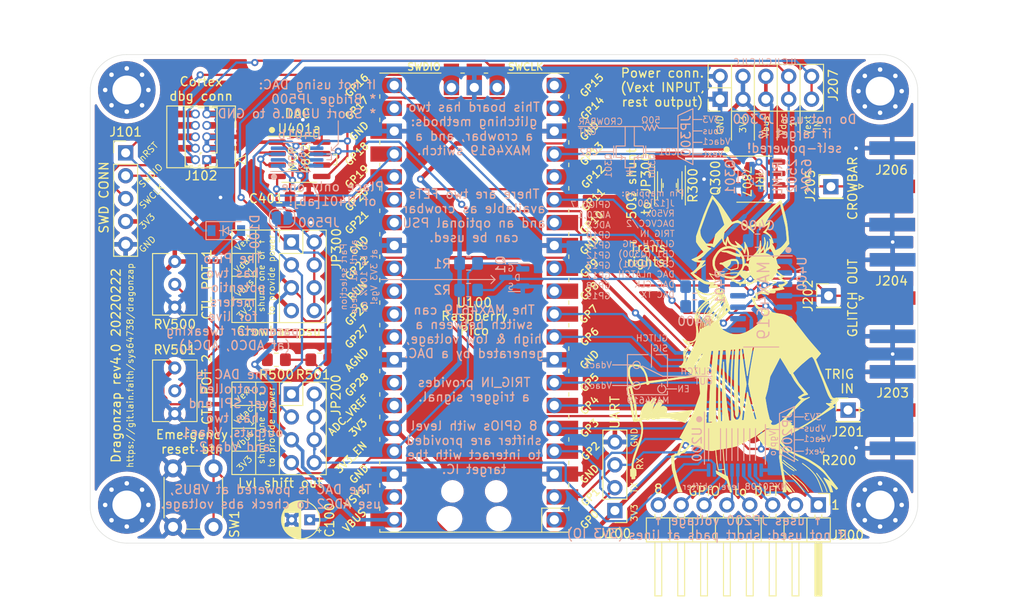
<source format=kicad_pcb>
(kicad_pcb (version 20211014) (generator pcbnew)

  (general
    (thickness 1.6)
  )

  (paper "A4")
  (layers
    (0 "F.Cu" signal)
    (31 "B.Cu" signal)
    (32 "B.Adhes" user "B.Adhesive")
    (33 "F.Adhes" user "F.Adhesive")
    (34 "B.Paste" user)
    (35 "F.Paste" user)
    (36 "B.SilkS" user "B.Silkscreen")
    (37 "F.SilkS" user "F.Silkscreen")
    (38 "B.Mask" user)
    (39 "F.Mask" user)
    (40 "Dwgs.User" user "User.Drawings")
    (41 "Cmts.User" user "User.Comments")
    (42 "Eco1.User" user "User.Eco1")
    (43 "Eco2.User" user "User.Eco2")
    (44 "Edge.Cuts" user)
    (45 "Margin" user)
    (46 "B.CrtYd" user "B.Courtyard")
    (47 "F.CrtYd" user "F.Courtyard")
    (48 "B.Fab" user)
    (49 "F.Fab" user)
  )

  (setup
    (stackup
      (layer "F.SilkS" (type "Top Silk Screen"))
      (layer "F.Paste" (type "Top Solder Paste"))
      (layer "F.Mask" (type "Top Solder Mask") (thickness 0.01))
      (layer "F.Cu" (type "copper") (thickness 0.035))
      (layer "dielectric 1" (type "core") (thickness 1.51) (material "FR4") (epsilon_r 4.5) (loss_tangent 0.02))
      (layer "B.Cu" (type "copper") (thickness 0.035))
      (layer "B.Mask" (type "Bottom Solder Mask") (thickness 0.01))
      (layer "B.Paste" (type "Bottom Solder Paste"))
      (layer "B.SilkS" (type "Bottom Silk Screen"))
      (copper_finish "None")
      (dielectric_constraints no)
    )
    (pad_to_mask_clearance 0)
    (pcbplotparams
      (layerselection 0x00010fc_ffffffff)
      (disableapertmacros false)
      (usegerberextensions false)
      (usegerberattributes true)
      (usegerberadvancedattributes true)
      (creategerberjobfile true)
      (svguseinch false)
      (svgprecision 6)
      (excludeedgelayer true)
      (plotframeref false)
      (viasonmask false)
      (mode 1)
      (useauxorigin false)
      (hpglpennumber 1)
      (hpglpenspeed 20)
      (hpglpendiameter 15.000000)
      (dxfpolygonmode true)
      (dxfimperialunits true)
      (dxfusepcbnewfont true)
      (psnegative false)
      (psa4output false)
      (plotreference true)
      (plotvalue true)
      (plotinvisibletext false)
      (sketchpadsonfab false)
      (subtractmaskfromsilk false)
      (outputformat 1)
      (mirror false)
      (drillshape 0)
      (scaleselection 1)
      (outputdirectory "grb3/")
    )
  )

  (net 0 "")
  (net 1 "GND")
  (net 2 "+3V3")
  (net 3 "+3.3VADC")
  (net 4 "Net-(D100-Pad1)")
  (net 5 "GPIO0")
  (net 6 "GPIO1")
  (net 7 "/controller/SWDIO")
  (net 8 "/controller/SWCLK")
  (net 9 "unconnected-(J102-Pad8)")
  (net 10 "unconnected-(J102-Pad7)")
  (net 11 "unconnected-(J102-Pad6)")
  (net 12 "Net-(J200-Pad1)")
  (net 13 "Net-(J200-Pad2)")
  (net 14 "TRIG_IN")
  (net 15 "GLITCH_OUT")
  (net 16 "Net-(J200-Pad3)")
  (net 17 "ADC0")
  (net 18 "ADC1")
  (net 19 "Net-(J200-Pad4)")
  (net 20 "Net-(J200-Pad5)")
  (net 21 "Net-(J200-Pad6)")
  (net 22 "VCC_EXT")
  (net 23 "DAC_HI")
  (net 24 "CB1_G")
  (net 25 "CB2_G")
  (net 26 "GPIO_EN")
  (net 27 "MAX_SW_B")
  (net 28 "MAX_SW_A")
  (net 29 "MAX_EN")
  (net 30 "GPIO2")
  (net 31 "GPIO3")
  (net 32 "GPIO4")
  (net 33 "GPIO5")
  (net 34 "GPIO6")
  (net 35 "GLITCH_SIG")
  (net 36 "GPIO7")
  (net 37 "GPIO8")
  (net 38 "GPIO9")
  (net 39 "unconnected-(U100-Pad30)")
  (net 40 "DAC_nL")
  (net 41 "DAC_CLK")
  (net 42 "DAC_TX")
  (net 43 "EMERG_SHDN")
  (net 44 "~{EMERG_SHDN}")
  (net 45 "unconnected-(U100-Pad39)")
  (net 46 "Net-(J200-Pad7)")
  (net 47 "DAC_LO")
  (net 48 "CROWBAR")
  (net 49 "/gpio/TAR_VCCIO")
  (net 50 "Net-(J200-Pad8)")
  (net 51 "ADC2")
  (net 52 "unconnected-(U100-Pad20)")
  (net 53 "unconnected-(U100-Pad19)")
  (net 54 "VBUS")
  (net 55 "CB_VCC")

  (footprint "Resistor_SMD:R_0805_2012Metric_Pad1.20x1.40mm_HandSolder" (layer "F.Cu") (at 135.128 87.179 90))

  (footprint "Connector_Coaxial:SMA_Amphenol_132289_EdgeMount" (layer "F.Cu") (at 159.845 87.287))

  (footprint "MountingHole:MountingHole_3.2mm_M3_Pad_Via" (layer "F.Cu") (at 158.496 122.682))

  (footprint "Connector_PinHeader_2.54mm:PinHeader_2x04_P2.54mm_Vertical" (layer "F.Cu") (at 93.091 93.472))

  (footprint "Connector_PinHeader_2.54mm:PinHeader_2x05_P2.54mm_Vertical" (layer "F.Cu") (at 140.721 77.602 90))

  (footprint "Connector_PinHeader_2.54mm:PinHeader_1x01_P2.54mm_Vertical" (layer "F.Cu") (at 152.776 99.441))

  (footprint "Resistor_SMD:R_2010_5025Metric_Pad1.40x2.65mm_HandSolder" (layer "F.Cu") (at 135.128 87.179 90))

  (footprint "Connector_PinHeader_2.54mm:PinHeader_1x08_P2.54mm_Horizontal" (layer "F.Cu") (at 151.638 122.682 -90))

  (footprint "Connector_PinHeader_2.54mm:PinHeader_2x04_P2.54mm_Vertical" (layer "F.Cu") (at 93.091 110.363))

  (footprint "Potentiometer_THT:Potentiometer_Vishay_T73XW_Horizontal" (layer "F.Cu") (at 80.137 95.631))

  (footprint "Connector_PinHeader_2.54mm:PinHeader_1x01_P2.54mm_Vertical" (layer "F.Cu") (at 153.03 87.317))

  (footprint "Resistor_SMD:R_0805_2012Metric_Pad1.20x1.40mm_HandSolder" (layer "F.Cu") (at 152.035 116.078 180))

  (footprint "MCU_RaspberryPi_and_Boards:RPi_Pico_SMD_TH" (layer "F.Cu") (at 113.411 100.203 180))

  (footprint "Connector_PinHeader_1.27mm:PinHeader_2x05_P1.27mm_Vertical" (layer "F.Cu") (at 83.694 84.326 180))

  (footprint "lethalbit-connectors:FTSH-105-01-L-DV-K-TR" (layer "F.Cu") (at 83.059 81.786 90))

  (footprint "Resistor_SMD:R_0805_2012Metric_Pad1.20x1.40mm_HandSolder" (layer "F.Cu") (at 91.424 106.553))

  (footprint "Potentiometer_THT:Potentiometer_Vishay_T73XW_Horizontal" (layer "F.Cu") (at 80.137 107.457))

  (footprint "Resistor_SMD:R_2512_6332Metric_Pad1.40x3.35mm_HandSolder" (layer "F.Cu") (at 135.15 87.179 90))

  (footprint "Capacitor_SMD:C_0805_2012Metric_Pad1.18x1.45mm_HandSolder" (layer "F.Cu") (at 93.98 88.598819 180))

  (footprint "Capacitor_THT:CP_Radial_D4.0mm_P2.00mm" (layer "F.Cu") (at 95.123 124.333 180))

  (footprint "Resistor_SMD:R_1206_3216Metric_Pad1.30x1.75mm_HandSolder" (layer "F.Cu") (at 135.128 87.179 90))

  (footprint "MountingHole:MountingHole_3.2mm_M3_Pad_Via" (layer "F.Cu") (at 158.496 76.708))

  (footprint "Connector_PinHeader_2.54mm:PinHeader_1x01_P2.54mm_Vertical" (layer "F.Cu") (at 154.94 112.141))

  (footprint "graphics:xenia" (layer "F.Cu")
    (tedit 61C154B6) (tstamp baf18278-d51c-443e-9972-c8c9ba5d7493)
    (at 143.4789 104.902)
    (attr through_hole)
    (fp_text reference "XENIA" (at 0 0.5) (layer "F.SilkS") hide
      (effects (font (size 1 1) (thickness 0.15)))
      (tstamp 2ab096f1-5e2e-4948-88f7-ee80da352ce9)
    )
    (fp_text value "xenia" (at 0 -0.5) (layer "F.Fab")
      (effects (font (size 1 1) (thickness 0.15)))
      (tstamp fc47ad18-c916-4f04-8460-6a5fb9138c7e)
    )
    (fp_line (start -0.087449 -8.809657) (end 0.146027 -8.894909) (layer "F.SilkS") (width 0.1) (tstamp 00486478-893b-425b-a5bc-a7e44ca55943))
    (fp_line (start 2.120427 -10.202538) (end 2.241183 -10.185531) (layer "F.SilkS") (width 0.1) (tstamp 0234d303-1347-4357-9ac8-112e8e6ab5f3))
    (fp_line (start 4.330047 -6.234346) (end 4.089216 -6.498479) (layer "F.SilkS") (width 0.1) (tstamp 02d5be24-1036-4d78-b8b7-1b443d15e7c8))
    (fp_line (start 3.24756 9.045381) (end 3.4801 8.89316) (layer "F.SilkS") (width 0.1) (tstamp 0453b7e4-e0e7-4cb5-8648-bec6a813bdeb))
    (fp_line (start 0.260403 -6.891084) (end -0.332851 -6.886832) (layer "F.SilkS") (width 0.1) (tstamp 069f3316-bcd2-4604-a333-7165193738be))
    (fp_line (start -3.758068 -6.759273) (end -3.963863 -6.339774) (layer "F.SilkS") (width 0.1) (tstamp 087708f1-e1e9-4263-81e5-92e875871b86))
    (fp_line (start -9.297786 4.012324) (end -10.724534 4.222797) (layer "F.SilkS") (width 0.1) (tstamp 088a5abf-5280-4acd-9be5-182deee4161f))
    (fp_line (start 0.359176 -6.835298) (end 0.320909 -6.836064) (layer "F.SilkS") (width 0.1) (tstamp 09ddd339-86e0-4167-9e67-6513769a8304))
    (fp_line (start -11.079063 8.253324) (end -11.346087 8.129166) (layer "F.SilkS") (width 0.1) (tstamp 0a1dbe60-6997-4f4e-b4aa-4ec0085281f7))
    (fp_line (start 0.636957 -7.835127) (end 0.567013 -8.025403) (layer "F.SilkS") (width 0.1) (tstamp 0a9d52bd-4852-44a8-82f7-f0b2e974bf90))
    (fp_line (start 0.978307 -7.395325) (end 1.596288 -7.079446) (layer "F.SilkS") (width 0.1) (tstamp 0b28e9dc-79a6-45c1-9c4d-325ada2cc88d))
    (fp_line (start -0.023841 -7.012478) (end 0.260403 -6.891084) (layer "F.SilkS") (width 0.1) (tstamp 0b379b3e-c12a-4629-a430-1567b828b4a9))
    (fp_line (start -4.650002 0.989642) (end -3.764935 0.613726) (layer "F.SilkS") (width 0.1) (tstamp 0f956713-c3d9-4b4c-8b52-a74d6d57ce5b))
    (fp_line (start -0.40371 -6.811827) (end 0.321759 -6.836064) (layer "F.SilkS") (width 0.1) (tstamp 10fd1d94-746f-466c-84a0-aa85c04b7684))
    (fp_line (start 3.479802 11.455544) (end 3.948093 11.551703) (layer "F.SilkS") (width 0.1) (tstamp 1164e296-14e5-4a5e-b2f3-44f1d36e7550))
    (fp_line (start 2.98583 -11.581707) (end 2.741129 -11.748809) (layer "F.SilkS") (width 0.1) (tstamp 12ec9af5-fae0-487c-9f32-ec0f72c4cf1f))
    (fp_line (start -4.381109 -11.064391) (end -4.310739 -11.182596) (layer "F.SilkS") (width 0.1) (tstamp 13666fea-91c0-4fec-bb70-a04cdbcf337e))
    (fp_line (start -0.404795 0.395004) (end -0.462196 0.395218) (layer "F.SilkS") (width 0.1) (tstamp 1399d9fd-892e-4c6d-94d4-e65f4b8d90fb))
    (fp_line (start -1.858607 -3.896465) (end -3.018353 -2.837788) (layer "F.SilkS") (width 0.1) (tstamp 14127424-0f91-4793-8a8a-36511132b3fd))
    (fp_line (start -3.250381 11.652943) (end -2.433578 11.510927) (layer "F.SilkS") (width 0.1) (tstamp 1485f998-b07f-4385-8f35-cac19f2827b9))
    (fp_line (start -8.886174 7.308196) (end -8.901056 7.197645) (layer "F.SilkS") (width 0.1) (tstamp 156d07b6-f60e-459b-b98a-29b8c699efdc))
    (fp_line (start -12.551074 13.779714) (end -12.706696 13.860076) (layer "F.SilkS") (width 0.1) (tstamp 16a71bba-04ef-4283-a06b-f6e9ba8ea3c4))
    (fp_line (start -5.127987 3.687899) (end -5.047837 3.724891) (layer "F.SilkS") (width 0.1) (tstamp 16ec19e3-7b49-453e-80e4-246815f99f56))
    (fp_line (start 0.998035 -5.007568) (end 1.417534 -4.961009) (layer "F.SilkS") (width 0.1) (tstamp 18457aad-4f9d-4c40-a5cc-fb25084ce7be))
    (fp_line (start -5.027428 3.476363) (end -5.115231 3.542269) (layer "F.SilkS") (width 0.1) (tstamp 185cec19-d583-42a6-bbf6-9e4403a7b0ce))
    (fp_line (start -6.740291 2.002993) (end -6.697559 1.323252) (layer "F.SilkS") (width 0.1) (tstamp 19b8a416-d457-47c0-a7b0-da25cad6c5a1))
    (fp_line (start -0.007897 -7.388394) (end -0.050628 -7.071368) (layer "F.SilkS") (width 0.1) (tstamp 1c4a967a-d9ff-4163-bb2a-95ccc3501bb3))
    (fp_line (start -0.670522 -6.851881) (end -0.53786 -6.616024) (layer "F.SilkS") (width 0.1) (tstamp 1c5c7e2f-94b3-4b5e-b4ad-c0a6563fc67e))
    (fp_line (start -10.908538 4.337111) (end -10.835617 4.409819) (layer "F.SilkS") (width 0.1) (tstamp 1e0ba953-460b-4ddb-ba5b-e01c556e61f7))
    (fp_line (start 4.90149 16.307955) (end 5.210438 16.322837) (layer "F.SilkS") (width 0.1) (tstamp 1f5d8d4c-52db-4d4d-99bb-fd209dbbc195))
    (fp_line (start -1.262672 0.453299) (end -1.363656 0.468181) (layer "F.SilkS") (width 0.1) (tstamp 1f69b1f6-9fed-42d7-9e08-09f288c476bc))
    (fp_line (start 2.998458 8.928026) (end 2.798403 8.735837) (layer "F.SilkS") (width 0.1) (tstamp 1fb3f6bd-66d7-4a74-a144-ae01112ff895))
    (fp_line (start -2.982169 0.583537) (end -2.699243 0.577159) (layer "F.SilkS") (width 0.1) (tstamp 20a0f469-5ae6-4e36-8ff6-79100ece3f30))
    (fp_line (start 0.566716 -8.025531) (end 0.636661 -7.835255) (layer "F.SilkS") (width 0.1) (tstamp 21a2e357-9ad7-4e55-9783-020864723576))
    (fp_line (start -2.922258 -2.660056) (end -1.647369 -3.924825) (layer "F.SilkS") (width 0.1) (tstamp 23781219-648c-45af-8566-464b78a6f9ff))
    (fp_line (start -0.590372 -6.842654) (end -0.464088 -6.840528) (layer "F.SilkS") (width 0.1) (tstamp 23b5355a-334f-4bc1-a3a3-bcd5e8aabe03))
    (fp_line (start -0.271007 -9.616787) (end -0.136007 -9.641874) (layer "F.SilkS") (width 0.1) (tstamp 23f55bc5-218f-4c81-bcc4-297aa64fa0b2))
    (fp_line (start 7.736937 1.655947) (end 7.847488 1.605774) (layer "F.SilkS") (width 0.1) (tstamp 252382df-08a7-4b0b-8609-1072db1e998e))
    (fp_line (start -1.871555 -11.918931) (end -1.940225 -12.001419) (layer "F.SilkS") (width 0.1) (tstamp 2566906f-dee1-4d49-aa89-42683ad37200))
    (fp_line (start -2.231462 -13.327246) (end -3.235395 -12.265232) (layer "F.SilkS") (width 0.1) (tstamp 25b94296-ce9e-441c-ba5a-3999d9179a7f))
    (fp_line (start 4.695249 -11.592294) (end 4.867028 -11.229431) (layer "F.SilkS") (width 0.1) (tstamp 2609c5fc-6f5a-49bd-a40b-c12eaada5a92))
    (fp_line (start 4.588609 8.485737) (end 4.879742 8.498492) (layer "F.SilkS") (width 0.1) (tstamp 275e3c89-0d83-4a85-9571-5807c3e775e6))
    (fp_line (start 1.219052 9.973394) (end 1.334493 9.873048) (layer "F.SilkS") (width 0.1) (tstamp 276b13d7-0a57-419c-8da2-e837b16f8ff4))
    (fp_line (start 0.832973 -5.261113) (end 0.774721 -5.194995) (layer "F.SilkS") (width 0.1) (tstamp 27f73be5-5b6d-4dcd-9c2b-08178b3c0f10))
    (fp_line (start 3.878467 -6.660457) (end 3.824042 -6.69915) (layer "F.SilkS") (width 0.1) (tstamp 284e6dc9-3ac5-4cda-bd41-857fb98d4679))
    (fp_line (start -4.421864 -8.927692) (end -5.015118 -8.576139) (layer "F.SilkS") (width 0.1) (tstamp 28797dd3-5c25-40ea-9029-91b4bdf67bc8))
    (fp_line (start -6.053407 10.967866) (end -5.922871 11.018039) (layer "F.SilkS") (width 0.1) (tstamp 28d5ed17-1bf9-4c62-b49a-5fe63f5fcad7))
    (fp_line (start -3.125587 -6.648084) (end -3.692013 -6.537745) (layer "F.SilkS") (width 0.1) (tstamp 292a37f1-a8d7-4049-8d9e-d154cb6269d5))
    (fp_line (start -3.963863 -6.339774) (end -3.148187 -6.432892) (layer "F.SilkS") (width 0.1) (tstamp 29d26dd1-1c9b-4097-8348-63ab0c86a559))
    (fp_line (start -0.136007 -9.641597) (end -0.271007 -9.616511) (layer "F.SilkS") (width 0.1) (tstamp 2b1d77fe-f78d-4ff8-b505-0f28f2dbc7c6))
    (fp_line (start -2.567432 -10.399893) (end -2.567432 -10.400064) (layer "F.SilkS") (width 0.1) (tstamp 2d8c2e79-0ca6-4cac-bd97-7ed59984e6ca))
    (fp_line (start -3.612693 8.448277) (end -3.623323 8.650245) (layer "F.SilkS") (width 0.1) (tstamp 2db2a178-64e5-43fc-91c6-f6bb623ee10e))
    (fp_line (start 0.831253 0.253265) (end 1.081438 0.212021) (layer "F.SilkS") (width 0.1) (tstamp 2e9befe8-1ba6-44c4-8c0c-2f6b67d813e8))
    (fp_line (start -2.265074 13.818492) (end -2.151546 14.500359) (layer "F.SilkS") (width 0.1) (tstamp 2f15d41d-727f-4089-af4d-eed812228f8d))
    (fp_line (start -3.465554 0.613726) (end -2.982169 0.583537) (layer "F.SilkS") (width 0.1) (tstamp 2f4fca68-ad3d-42af-a65a-2dfd84c64f23))
    (fp_line (start 3.824042 -6.69915) (end 3.76579 -6.598166) (layer "F.SilkS") (width 0.1) (tstamp 2f8fab55-05ca-4686-80f5-c3c168b9b405))
    (fp_line (start 3.802463 11.057008) (end 4.193772 10.248454) (layer "F.SilkS") (width 0.1) (tstamp 2fa1b765-b805-47fc-bf33-7549704c7989))
    (fp_line (start 4.525042 15.474081) (end 4.581806 15.914436) (layer "F.SilkS") (width 0.1) (tstamp 318e2232-f227-48be-bc7e-28bc039cbe1a))
    (fp_line (start 0.320909 -6.836064) (end 0.323034 -6.596465) (layer "F.SilkS") (width 0.1) (tstamp 31dcfa14-92b3-40c0-9b7e-3e11dc0058e1))
    (fp_line (start -1.479203 -7.201053) (end -1.470699 -7.127281) (layer "F.SilkS") (width 0.1) (tstamp 321f985d-c802-49a4-b839-d957d45e8880))
    (fp_line (start -2.768188 -9.031568) (end -2.728921 -9.000571) (layer "F.SilkS") (width 0.1) (tstamp 328d1402-4958-47d2-b0f1-71018e3fb92d))
    (fp_line (start -0.523191 -6.729339) (end -0.516813 -6.620064) (layer "F.SilkS") (width 0.1) (tstamp 32e61bfc-d546-4722-ac49-cbb99c79a789))
    (fp_line (start -4.310717 -11.182319) (end -4.381087 -11.064115) (layer "F.SilkS") (width 0.1) (tstamp 3333a437-094a-4126-981c-1a90640c11d7))
    (fp_line (start -0.53786 -6.616024) (end -0.522978 -6.728701) (layer "F.SilkS") (width 0.1) (tstamp 33ea8dc4-877d-4756-9eec-56ecc269d0d6))
    (fp_line (start -2.42565 8.523069) (end -2.710361 8.529447) (layer "F.SilkS") (width 0.1) (tstamp 351d5969-2e3a-436e-a584-701985869a16))
    (fp_line (start -3.548467 -11.102808) (end -3.680278 -11.20443) (layer "F.SilkS") (width 0.1) (tstamp 36bf2b67-6c66-4f57-9dcc-180452d3e2dc))
    (fp_line (start -10.667452 4.294378) (end -10.705294 4.290126) (layer "F.SilkS") (width 0.1) (tstamp 38dc9787-3773-4a65-9eac-77f34d6df8dc))
    (fp_line (start -12.671829 14.588332) (end -12.551286 14.590458) (layer "F.SilkS") (width 0.1) (tstamp 3949f8f3-4972-460a-90a0-6906b5d7ca76))
    (fp_line (start 3.981279 10.706561) (end 3.921327 10.860227) (layer "F.SilkS") (width 0.1) (tstamp 3b861d3c-b38d-4322-b67b-d95ab0619cc6))
    (fp_line (start 9.914625 6.87845) (end 9.630849 6.725166) (layer "F.SilkS") (width 0.1) (tstamp 3bf5a303-d45e-4366-b8e2-9eef9aa4ea37))
    (fp_line (start -1.955062 14.629087) (end -1.482966 16.326622) (layer "F.SilkS") (width 0.1) (tstamp 3d234cf4-d2a0-4b1e-b0ed-33b40ca1bbce))
    (fp_line (start -2.482371 0.53921) (end -2.699349 0.578328) (layer "F.SilkS") (width 0.1) (tstamp 3d6a7394-0229-439d-98ea-24fb7b7d0870))
    (fp_line (start -5.819251 -0.058596) (end -5.782259 -0.164257) (layer "F.SilkS") (width 0.1) (tstamp 3ecd5e71-045c-45dd-959d-3e97c8e33089))
    (fp_line (start -3.785279 -2.270788) (end -4.94377 -1.700982) (layer "F.SilkS") (width 0.1) (tstamp 3f60471a-e684-4c40-916a-dc05757982ce))
    (fp_line (start 3.76579 -6.598166) (end 3.956065 -6.349596) (layer "F.SilkS") (width 0.1) (tstamp 3f775266-cc7f-49e6-b89d-e69ba5f3895e))
    (fp_line (start 3.761942 -7.448985) (end 4.562098 -6.916851) (layer "F.SilkS") (width 0.1) (tstamp 401fc27b-55c2-4d17-b7a9-17271cdee251))
    (fp_line (start -3.619092 -4.014223) (end -4.053048 -3.440186) (layer "F.SilkS") (width 0.1) (tstamp 41e173df-b769-4562-86b0-af2aff66057d))
    (fp_line (start 0.321759 -6.836064) (end 0.360027 -6.835298) (layer "F.SilkS") (width 0.1) (tstamp 43797be8-9d42-485f-bc6b-0544d45927b2))
    (fp_line (start 10.256122 6.014427) (end 10.165768 5.934065) (layer "F.SilkS") (width 0.1) (tstamp 4459b91b-d937-4427-a170-e7027c4df452))
    (fp_line (start -1.482966 16.326622) (end -1.613502 16.326622) (layer "F.SilkS") (width 0.1) (tstamp 46605a33-9342-4627-adea-08a0c3dd1775))
    (fp_line (start -2.364145 -5.272232) (end -2.325452 -5.192508) (layer "F.SilkS") (width 0.1) (tstamp 47476406-4d27-4820-aefe-eb91485cd792))
    (fp_line (start -1.200487 -7.170056) (end -1.200487 -7.170056) (layer "F.SilkS") (width 0.1) (tstamp 47bd3e42-5e60-4145-b4ff-ba2ead23635e))
    (fp_line (start -10.724534 4.222797) (end -10.772326 4.101105) (layer "F.SilkS") (width 0.1) (tstamp 487c4890-ae05-4d1e-8757-f717bdd9f770))
    (fp_line (start -1.29977 -7.131533) (end -0.950173 -6.910133) (layer "F.SilkS") (width 0.1) (tstamp 48f5ac3f-19ad-4208-9449-373c6d6bed43))
    (fp_line (start -0.419655 -9.922015) (end -0.584419 -9.95518) (layer "F.SilkS") (width 0.1) (tstamp 499f0043-d011-4c69-b76f-552cc2e709c0))
    (fp_line (start -10.859577 4.243461) (end -10.870207 4.151406) (layer "F.SilkS") (width 0.1) (tstamp 4b724a58-7782-4fb0-85bb-73cee8bfacec))
    (fp_line (start -3.623323 8.650245) (end -4.324302 8.722316) (layer "F.SilkS") (width 0.1) (tstamp 4c7ee18f-1e28-4990-b358-0d20ba5f3a19))
    (fp_line (start 2.278047 -6.178114) (end 2.254661 -6.053744) (layer "F.SilkS") (width 0.1) (tstamp 4cd7b6b4-85c9-4884-8f10-e79b6ed8c90b))
    (fp_line (start -10.857408 4.242058) (end -10.859577 4.243461) (layer "F.SilkS") (width 0.1) (tstamp 4cf1650d-f012-4b15-ad31-a94564f120f8))
    (fp_line (start 0.636661 -7.835255) (end 0.978307 -7.395325) (layer "F.SilkS") (width 0.1) (tstamp 4d1172a0-a1e6-4e5d-b676-3dfbdc70f814))
    (fp_line (start 4.368889 -7.671512) (end 4.228999 -7.648126) (layer "F.SilkS") (width 0.1) (tstamp 4ea04a5a-7a78-43fb-87d5-86eb2afcea5f))
    (fp_line (start 10.027621 6.192797) (end 10.256122 6.014427) (layer "F.SilkS") (width 0.1) (tstamp 51b18456-8852-4cce-ad37-628dd1c4103a))
    (fp_line (start 0.975627 -7.108827) (end 0.990509 -7.046749) (layer "F.SilkS") (width 0.1) (tstamp 52064152-4b25-4796-8ab1-2e49f3df562c))
    (fp_line (start 5.077543 8.647949) (end 4.922346 8.701524) (layer "F.SilkS") (width 0.1) (tstamp 53bc95a0-a6b5-4bd3-8806-205d384c6e1c))
    (fp_line (start -2.943709 -5.906668) (end -2.916242 -5.843484) (layer "F.SilkS") (width 0.1) (tstamp 54c05bf1-249d-4ed0-aee6-f8cef4715275))
    (fp_line (start 4.587334 8.28802) (end 4.484224 8.388366) (layer "F.SilkS") (width 0.1) (tstamp 54d05816-bdfa-450b-939f-fffbc2d3c01c))
    (fp_line (start -3.764935 0.613726) (end -3.465554 0.613726) (layer "F.SilkS") (width 0.1) (tstamp 56614d25-92fe-4928-ba13-f50ff5bf48ed))
    (fp_line (start 5.210438 16.322837) (end 4.525042 15.474081) (layer "F.SilkS") (width 0.1) (tstamp 57d20178-cd72-4cdf-a6b0-742aea76d37b))
    (fp_line (start -0.446932 -6.922464) (end -0.749927 -6.933093) (layer "F.SilkS") (width 0.1) (tstamp 58166378-73e4-4c77-abf1-b61da426c963))
    (fp_line (start -7.002722 16.306531) (end -7.404278 16.31157) (layer "F.SilkS") (width 0.1) (tstamp 5964804a-9ffe-4905-9f1b-c960fc5465a3))
    (fp_line (start -8.901056 7.197645) (end -8.941025 7.197645) (layer "F.SilkS") (width 0.1) (tstamp 59f58cc4-3f08-4913-804c-7831fc56d6da))
    (fp_line (start 1.092131 -7.182599) (end 0.975627 -7.108827) (layer "F.SilkS") (width 0.1) (tstamp 5ac91684-976e-43dc-b66d-88fa3cf7602b))
    (fp_line (start 7.847488 1.605774) (end 8.38802 0.97155) (layer "F.SilkS") (width 0.1) (tstamp 5c52001a-44b6-4827-8867-9a065693af27))
    (fp_line (start 5.416744 9.020209) (end 5.234122 9.134162) (layer "F.SilkS") (width 0.1) (tstamp 5c5e0318-a0e1-4f94-8225-4bad5445ea6d))
    (fp_line (start 9.500845 16.316587) (end 9.731897 16.316587) (layer "F.SilkS") (width 0.1) (tstamp 5cdfe313-8605-4373-9a45-7b9f1b58e8c5))
    (fp_line (start -12.612153 4.669636) (end -12.765862 4.730652) (layer "F.SilkS") (width 0.1) (tstamp 5d6e084a-605f-4d05-bcd6-23a747bd3e0e))
    (fp_line (start -5.125052 3.690641) (end -5.114422 3.531405) (layer "F.SilkS") (width 0.1) (tstamp 5e0252fd-2729-4e36-b2cc-c7766dba6189))
    (fp_line (start -12.765862 4.730652) (end -12.281945 6.716322) (layer "F.SilkS") (width 0.1) (tstamp 5e807c14-eb72-4699-ac5c-0e22b3b90689))
    (fp_line (start -3.415423 -5.326615) (end -3.508541 -5.332993) (layer "F.SilkS") (width 0.1) (tstamp 5ef3d067-71f0-41ac-ba39-98068649edc9))
    (fp_line (start -3.680278 -11.20443) (end -4.310717 -11.182319) (layer "F.SilkS") (width 0.1) (tstamp 600a3b4b-ae4b-4461-b5a0-b102a630e6e4))
    (fp_line (start -0.516813 -6.620064) (end -0.40371 -6.811827) (layer "F.SilkS") (width 0.1) (tstamp 606c3e55-7d61-412d-adac-41bf5f1f1a73))
    (fp_line (start -3.763999 0.614406) (end -4.65096 0.989557) (layer "F.SilkS") (width 0.1) (tstamp 61bd4437-060d-40c1-add9-cb29405c70c7))
    (fp_line (start -12.324316 14.531951) (end -12.328568 14.687573) (layer "F.SilkS") (width 0.1) (tstamp 61d9b81b-8499-4933-91ed-7a8972810007))
    (fp_line (start -6.730724 2.520138) (end -6.790889 2.401721) (layer "F.SilkS") (width 0.1) (tstamp 62b6ceae-4979-4c7f-9abb-9d942b9ab846))
    (fp_line (start -0.023819 -7.012265) (end -0.050733 -7.071495) (layer "F.SilkS") (width 0.1) (tstamp 633ad3b8-63c2-4a66-ba43-ec1b2327d590))
    (fp_line (start 2.575111 -5.582519) (end 2.566607 -5.800008) (layer "F.SilkS") (width 0.1) (tstamp 6349601a-3c16-49a3-9c53-44ba3301fa17))
    (fp_line (start -12.123177 8.513863) (end -11.715753 8.379501) (layer "F.SilkS") (width 0.1) (tstamp 634c972d-457b-4606-97bd-158cc6774626))
    (fp_line (start -1.200487 -7.170056) (end -1.189857 -7.253607) (layer "F.SilkS") (width 0.1) (tstamp 644c1aa7-bb47-43ff-9985-f1193c633b37))
    (fp_line (start -0.097144 8.381542) (end -0.383216 8.400676) (layer "F.SilkS") (width 0.1) (tstamp 64d7714a-7974-44e3-aea4-f93dec72bbab))
    (fp_line (start -2.982275 0.584047) (end -3.46566 0.614236) (layer "F.SilkS") (width 0.1) (tstamp 65672bfe-b9ee-41a0-973c-1f20f79e074b))
    (fp_line (start -0.522978 -6.728701) (end -0.590372 -6.842654) (layer "F.SilkS") (width 0.1) (tstamp 66ae6362-5d73-429e-895c-b93ac4034e8b))
    (fp_line (start -2.922257 -2.659503) (end -3.018352 -2.837236) (layer "F.SilkS") (width 0.1) (tstamp 67696688-aeb4-4c05-bfdd-17ff57e0fa8a))
    (fp_line (start 4.463814 8.29865) (end 4.587334 8.28802) (layer "F.SilkS") (width 0.1) (tstamp 6adb7440-4967-4c53-ab45-3e8efe9276db))
    (fp_line (start -0.552019 -7.920528) (end -0.353877 -8.180791) (layer "F.SilkS") (width 0.1) (tstamp 6b210527-4628-4b35-bcc0-57c051da3023))
    (fp_line (start 1.550897 -10.19699) (end 1.669101 -10.238234) (layer "F.SilkS") (width 0.1) (tstamp 6f6d94a2-ff06-468f-93cb-7d1121493be0))
    (fp_line (start 5.099335 3.181341) (end 5.269838 3.103317) (layer "F.SilkS") (width 0.1) (tstamp 6faf2824-be38-492e-a01b-4c105834407a))
    (fp_line (start -4.244621 -5.197036) (end -4.324345 -5.268894) (layer "F.SilkS") (width 0.1) (tstamp 6fe73f15-5d69-4a4e-893e-03eb09e9b7d7))
    (fp_line (start 1.655283 -10.326037) (end 1.550897 -10.19699) (layer "F.SilkS") (width 0.1) (tstamp 71407632-595c-426e-b6ae-4fb2a403e147))
    (fp_line (start 1.551599 -10.196373) (end 1.654071 -10.325909) (layer "F.SilkS") (width 0.1) (tstamp 71e17ce2-3f5c-4367-9839-08c5c57f36de))
    (fp_line (start -10.85964 4.243567) (end -10.851137 4.309473) (layer "F.SilkS") (width 0.1) (tstamp 7222796c-3f24-42f8-95ec-33d97cdbe82f))
    (fp_line (start -10.870207 4.151406) (end -12.356801 4.505467) (layer "F.SilkS") (width 0.1) (tstamp 7332bdd2-7696-49e9-b942-e09fe05346ae))
    (fp_line (start -12.555538 14.874192) (end -12.244166 14.849105) (layer "F.SilkS") (width 0.1) (tstamp 73bf2484-d5f9-4ce1-ab83-d710b7907529))
    (fp_line (start -0.050628 -7.071368) (end -0.023841 -7.012478) (layer "F.SilkS") (width 0.1) (tstamp 75ebcaaf-8f91-4bce-95da-35daf284b36b))
    (fp_line (start -2.023604 -4.398792) (end -2.056557 -4.497672) (layer "F.SilkS") (width 0.1) (tstamp 76bcc96a-79c2-4aa1-a653-745cf373720e))
    (fp_line (start 0.360027 -6.835298) (end 0.467176 -6.79129) (layer "F.SilkS") (width 0.1) (tstamp 7879fd6d-8523-40e9-ac87-65ed2628002c))
    (fp_line (start 3.26967 -5.791504) (end 3.374481 -5.900354) (layer "F.SilkS") (width 0.1) (tstamp 78c24dc1-6743-421c-b77c-2fe33b473e4c))
    (fp_line (start -1.470699 -7.127281) (end -1.29977 -7.131533) (layer "F.SilkS") (width 0.1) (tstamp 7923463f-888c-4fc0-b98f-03078496b1b6))
    (fp_line (start 1.596288 -7.079446) (end 2.337853 -6.991643) (layer "F.SilkS") (width 0.1) (tstamp 7a78aae9-59d5-44fd-a5a4-d12a5851aac3))
    (fp_line (start -6.744393 10.596839) (end -5.920744 11.018719) (layer "F.SilkS") (width 0.1) (tstamp 7af554a0-1aea-4bf6-b62d-f529a38d9de6))
    (fp_line (start 3.74706 -7.542316) (end 3.761942 -7.448985) (layer "F.SilkS") (width 0.1) (tstamp 7d46158a-6f68-4d38-be89-e25c900413e7))
    (fp_line (start 3.948093 11.551703) (end 3.802463 11.057008) (layer "F.SilkS") (width 0.1) (tstamp 7f1cd457-f3e0-4118-9041-74f0c4e433d8))
    (fp_line (start 3.952132 10.372397) (end 3.479802 11.455544) (layer "F.SilkS") (width 0.1) (tstamp 7f25c6dd-2bd2-4dba-b030-ccbee8cc0425))
    (fp_line (start 4.867007 -11.229325) (end 4.695227 -11.592231) (layer "F.SilkS") (width 0.1) (tstamp 801e609c-68c5-4efc-a779-888769f67fd8))
    (fp_line (start 9.552655 6.270651) (end 9.957527 6.281281) (layer "F.SilkS") (width 0.1) (tstamp 816dc656-ef63-4b7e-ba23-93c421a09dd9))
    (fp_line (start -10.835617 4.409819) (end -10.692538 4.354544) (layer "F.SilkS") (width 0.1) (tstamp 81a6647b-fb92-470f-859a-839cff2bfa41))
    (fp_line (start -2.265074 13.81847) (end -2.435578 11.510119) (layer "F.SilkS") (width 0.1) (tstamp 823a9a53-cb4b-4f57-9558-1ba1cf975f33))
    (fp_line (start 5.09942 3.182085) (end 5.099335 3.181341) (layer "F.SilkS") (width 0.1) (tstamp 832a8494-eaf2-41bb-a79b-9bd3869ba972))
    (fp_line (start -2.839558 -5.555073) (end -2.839345 -5.555094) (layer "F.SilkS") (width 0.1) (tstamp 84ce0be5-0412-4bdd-83e3-854a7a710ced))
    (fp_line (start -2.790809 -5.240427) (end -2.57719 -5.718179) (layer "F.SilkS") (width 0.1) (tstamp 84d2254b-f203-44d6-b45c-79b312eb19ef))
    (fp_line (start -3.983039 8.479741) (end -3.612693 8.448277) (layer "F.SilkS") (width 0.1) (tstamp 881ba6c1-962a-43e8-acdf-1c75a4cb2656))
    (fp_line (start 2.911548 -11.493032) (end 3.13129 -11.295316) (layer "F.SilkS") (width 0.1) (tstamp 8b34cb3e-4808-4723-abeb-99f377bbe23f))
    (fp_line (start -0.578892 -9.823156) (end -0.419655 -9.922015) (layer "F.SilkS") (width 0.1) (tstamp 8b609dc3-d402-489e-93c7-a8286dd10662))
    (fp_line (start -3.013421 -6.014668) (end -3.06859 -6.173224) (layer "F.SilkS") (width 0.1) (tstamp 902a411f-6335-4f06-8cf1-f0ed80a2cb8a))
    (fp_line (start -0.332851 -6.886832) (end -0.023819 -7.012265) (layer "F.SilkS") (width 0.1) (tstamp 910b5ca3-160a-4289-ac0e-edddfbb8cc23))
    (fp_line (start 4.879742 8.498492) (end 4.786411 8.608406) (layer "F.SilkS") (width 0.1) (tstamp 92425964-3db1-4a0a-86ee-ecbd90311ff8))
    (fp_line (start -2.68655 -9.085993) (end -2.768188 -9.031568) (layer "F.SilkS") (width 0.1) (tstamp 92f206ba-0b74-4aff-a139-97255e30fd4b))
    (fp_line (start -2.699243 0.577159) (end -2.482265 0.538041) (layer "F.SilkS") (width 0.1) (tstamp 9374eae1-1721-491f-8000-bfbbb5c8d606))
    (fp_line (start 5.423717 9.377374) (end 5.570623 9.455611) (layer "F.SilkS") (width 0.1) (tstamp 946a8f93-f8a6-49ed-be65-22cf14da1914))
    (fp_line (start -10.705294 4.290126) (end -10.773113 4.101764) (layer "F.SilkS") (width 0.1) (tstamp 96b8b711-f40d-4aae-a044-c048034ee1fe))
    (fp_line (start 3.55787 -8.163018) (end 3.585933 -8.535108) (layer "F.SilkS") (width 0.1) (tstamp 97eaa1e2-9166-4553-a1d6-ea99a7ba73fb))
    (fp_line (start -2.093805 0.514655) (end -1.899489 4.624204) (layer "F.SilkS") (width 0.1) (tstamp 9a3dec6c-1ff7-4f04-98b4-bff75dbe2572))
    (fp_line (start -7.212683 10.307067) (end -6.744393 10.596839) (layer "F.SilkS") (width 0.1) (tstamp 9aa35107-bd21-4263-aaeb-f87889d0726a))
    (fp_line (start -8.961434 7.519094) (end -8.918702 7.383456) (layer "F.SilkS") (width 0.1) (tstamp 9c77e549-bc3d-407e-a17f-1f44a0465725))
    (fp_line (start 9.062594 6.501448) (end 9.545575 6.870816) (layer "F.SilkS") (width 0.1) (tstamp 9d0a9958-db67-4fa2-a63a-2635acbcaff5))
    (fp_line (start 1.219116 9.972799) (end 1.219052 9.973394) (layer "F.SilkS") (width 0.1) (tstamp 9d53a803-c2dd-44df-9adf-3a36ecbb9623))
    (fp_line (start -10.851137 4.309473) (end -10.908538 4.337111) (layer "F.SilkS") (width 0.1) (tstamp 9d93c53b-c8ce-4a41-8871-5169db872dd3))
    (fp_line (start -0.464088 -6.840528) (end -0.523191 -6.729339) (layer "F.SilkS") (width 0.1) (tstamp 9f3effa9-36c1-499e-8002-787a37d4e90a))
    (fp_line (start -12.443584 14.541092) (end -12.110825 14.518557) (layer "F.SilkS") (width 0.1) (tstamp 9f755b79-98ed-4b7f-b7d5-fc8b011a6083))
    (fp_line (start -0.462154 0.396301) (end -0.404752 0.396089) (layer "F.SilkS") (width 0.1) (tstamp a03f12ee-4c0a-46b5-9d34-c9c5f676bfdc))
    (fp_line (start -0.753754 -8.930796) (end -0.760132 -9.099812) (layer "F.SilkS") (width 0.1) (tstamp a2514bdf-7683-4b2c-bb81-487c8fa57d73))
    (fp_line (start 2.798403 8.735837) (end 2.94212 8.502787) (layer "F.SilkS") (width 0.1) (tstamp a25f08da-163d-4d49-ab74-017e99d1903e))
    (fp_line (start 3.301453 -9.46597) (end 3.588121 -8.53481) (layer "F.SilkS") (width 0.1) (tstamp a261e796-25d7-477c-be76-97f041d1e6b6))
    (fp_line (start -12.208875 14.527699) (end -12.324316 14.531951) (layer "F.SilkS") (width 0.1) (tstamp a273aabd-9b0c-4eb2-9ce1-0a72077650f3))
    (fp_line (start 10.153777 16.03534) (end 10.286013 15.948388) (layer "F.SilkS") (width 0.1) (tstamp a2a59f0e-cde4-498b-8904-d92a12bff2f0))
    (fp_line (start -1.612056 0.483573) (end -1.363486 0.468691) (layer "F.SilkS") (width 0.1) (tstamp a2fc975e-e27d-4dbe-8a0b-341931ded9a6))
    (fp_line (start 5.58019 9.318272) (end 5.423717 9.377374) (layer "F.SilkS") (width 0.1) (tstamp a323f70c-afa2-4c2a-b732-5b77a8cbc996))
    (fp_line (start -1.472081 8.437583) (end -1.785579 8.469473) (layer "F.SilkS") (width 0.1) (tstamp a4c343d5-a6fd-4619-9a83-930a86997c7d))
    (fp_line (start -8.918702 7.383456) (end -8.770521 7.262913) (layer "F.SilkS") (width 0.1) (tstamp a71b8db9-7af6-4a4f-a0c5-fd086e8c47a8))
    (fp_line (start 0.017488 -7.081572) (end 0.065961 -7.361267) (layer "F.SilkS") (width 0.1) (tstamp a77dd63f-3f22-4865-9e78-693ed1d0221c))
    (fp_line (start -0.714593 0.406931) (end -0.462154 0.396301) (layer "F.SilkS") (width 0.1) (tstamp a858f438-2835-4c8f-8f9f-d091eac5a697))
    (fp_line (start 0.365554 -6.704763) (end 0.359176 -6.835298) (layer "F.SilkS") (width 0.1) (tstamp a8bb4afa-35b0-41db-8d99-8ea42d121830))
    (fp_line (start -4.017458 -4.642983) (end -4.118655 -4.734613) (layer "F.SilkS") (width 0.1) (tstamp a9a751bd-7c65-4095-9e42-f665535dba2e))
    (fp_line (start 2.337853 -6.991643) (end 2.882955 -7.225459) (layer "F.SilkS") (width 0.1) (tstamp a9d6e118-1126-476c-be4f-98f751cb96f6))
    (fp_line (start -12.091032 8.313426) (end -12.251756 8.313426) (layer "F.SilkS") (width 0.1) (tstamp ab2163be-385c-49c1-84b2-d21172b217d2))
    (fp_line (start -3.195575 14.016357) (end -1.955062 14.629087) (layer "F.SilkS") (width 0.1) (tstamp abc144f2-0768-45ca-8040-fb36089127a7))
    (fp_line (start -10.87027 4.151512) (end -10.85964 4.243567) (layer "F.SilkS") (width 0.1) (tstamp ac2b5221-dae8-473a-b258-1240f226ee32))
    (fp_line (start -6.083766 0.076404) (end -5.819251 -0.058596) (layer "F.SilkS") (width 0.1) (tstamp ae1a820b-f252-45fc-a06e-4a7cb7959ffc))
    (fp_line (start -0.404752 0.396089) (end -0.142746 0.3659) (layer "F.SilkS") (width 0.1) (tstamp aefe398d-e17c-4e19-992b-b360a5a5a779))
    (fp_line (start 5.004133 3.149642) (end 5.10129 3.181957) (layer "F.SilkS") (width 0.1) (tstamp afaa94e1-65c3-4b6f-9c68-5ac59bc472d1))
    (fp_line (start 10.384191 6.087349) (end 10.027621 6.192797) (layer "F.SilkS") (width 0.1) (tstamp afd35155-2680-4da0-a254-feec9f925517))
    (fp_line (start 2.241183 -10.185531) (end 2.422529 -10.528877) (layer "F.SilkS") (width 0.1) (tstamp b12cdff5-1a28-488f-bb8d-4bd1944d9750))
    (fp_line (start 10.286013 15.948388) (end 8.789979 14.029963) (layer "F.SilkS") (width 0.1) (tstamp b19cabe8-0c6d-451e-bfeb-2fcea82d2608))
    (fp_line (start -3.195469 14.016336) (end -3.195575 14.016357) (layer "F.SilkS") (width 0.1) (tstamp b29c3d1a-bb57-4e68-88ff-a0471bee36d3))
    (fp_line (start -4.555758 -1.880139) (end -4.770185 -1.786787) (layer "F.SilkS") (width 0.1) (tstamp b3396681-51a0-4ddb-b63f-251412419335))
    (fp_line (start -0.950855 -13.622907) (end -0.731411 -13.622907) (layer "F.SilkS") (width 0.1) (tstamp b3d452e4-0558-44e2-b1c9-373e568f7de0))
    (fp_line (start -1.389912 -7.251651) (end -1.479203 -7.201053) (layer "F.SilkS") (width 0.1) (tstamp b4248c5b-0aa5-47e6-8c9f-dcd81c5483ee))
    (fp_line (start -3.692013 -6.537745) (end -3.495785 -6.948273) (layer "F.SilkS") (width 0.1) (tstamp b498dffb-cfee-4cb0-974c-848e3f710666))
    (fp_line (start -2.548723 -6.087781) (end -2.738786 -5.688011) (layer "F.SilkS") (width 0.1) (tstamp b71d1072-ae2d-49ad-8cc4-6755a10b9d34))
    (fp_line (start -2.482265 0.538041) (end -2.093805 0.514655) (layer "F.SilkS") (width 0.1) (tstamp b7256dee-230d-4653-bad5-866a3ef6aa44))
    (fp_line (start 4.267905 -7.539488) (end 4.368889 -7.671512) (layer "F.SilkS") (width 0.1) (tstamp b87dacec-d770-4fac-bfe1-efb923046bde))
    (fp_line (start -1.189857 -7.253607) (end -1.389912 -7.251651) (layer "F.SilkS") (width 0.1) (tstamp ba403a2a-5472-4226-a5d1-0a23e7d66edd))
    (fp_line (start -8.770521 7.262913) (end -8.810915 7.21274) (layer "F.SilkS") (width 0.1) (tstamp bbce8f98-4aca-469a-9837-32a9818170a6))
    (fp_line (start 5.10129 3.181957) (end 5.271794 3.103934) (layer "F.SilkS") (width 0.1) (tstamp bcaa163f-1a67-400f-b78e-c162f92c8e47))
    (fp_line (start -5.115231 3.542269) (end -5.127987 3.687899) (layer "F.SilkS") (width 0.1) (tstamp bd3ba98d-d2d7-4d86-9b2d-33dad2eac79f))
    (fp_line (start -13.04073 4.7092) (end -13.11599 4.844838) (layer "F.SilkS") (width 0.1) (tstamp bfe0cc57-3c62-4d4e-b119-5e8302e94e4d))
    (fp_line (start 2.94212 8.502787) (end 2.707113 8.306559) (layer "F.SilkS") (width 0.1) (tstamp c09fd7f1-a334-4ec4-a220-e985605306ee))
    (fp_line (start -6.790889 2.401721) (end -6.940346 2.395343) (layer "F.SilkS") (width 0.1) (tstamp c32eaa5b-78c2-4826-b43f-df6d970efaf8))
    (fp_line (start -5.65404 3.373126) (end -5.490765 3.472622) (layer "F.SilkS") (width 0.1) (tstamp c340e49e-f635-4f5a-8d46-5b209fa63b31))
    (fp_line (start 3.557401 -8.162274) (end 3.530613 -8.09403) (layer "F.SilkS") (width 0.1) (tstamp c4d70ee4-e581-49d7-a356-429f4c894ae1))
    (fp_line (start -5.490765 3.472622) (end -7.838808 3.820986) (layer "F.SilkS") (width 0.1) (tstamp c4e22290-d247-4c4b-b64f-48ce69f7dada))
    (fp_line (start 0.426188 -8.688901) (end 0.566716 -8.025531) (layer "F.SilkS") (width 0.1) (tstamp c4f4a549-e6f5-496a-9563-4a841ee07124))
    (fp_line (start -6.682039 1.944741) (end -6.740291 2.002993) (layer "F.SilkS") (width 0.1) (tstamp c56f63ab-855c-40f2-a369-d65080c720e0))
    (fp_line (start -5.020625 -8.48823) (end -4.421864 -8.927692) (layer "F.SilkS") (width 0.1) (tstamp c5c5c032-e127-4fa8-a41a-e56835647d83))
    (fp_line (start -10.692538 4.354544) (end -10.667452 4.294378) (layer "F.SilkS") (width 0.1) (tstamp c63d6947-c16a-4323-b8e9-fceaef7fae24))
    (fp_line (start -1.975132 15.030877) (end -3.120209 14.292586) (layer "F.SilkS") (width 0.1) (tstamp c779cb0c-e4dc-4efc-a060-908bf2219140))
    (fp_line (start 0.467176 -6.79129) (end 0.365554 -6.704763) (layer "F.SilkS") (width 0.1) (tstamp c8d97f64-7ec8-4828-ba9c-6b5dbff61d09))
    (fp_line (start 1.242735 10.054437) (end 1.22105 9.974287) (layer "F.SilkS") (width 0.1) (tstamp c90a00d0-330b-4c41-b70b-f2fa9a4872f9))
    (fp_line (start -0.529952 -10.830745) (end -0.519322 -10.91047) (layer "F.SilkS") (width 0.1) (tstamp c98b6b93-a8bf-4e8e-9209-5193020a22ea))
    (fp_line (start 0.52883 -6.767394) (end 0.711452 -6.798434) (layer "F.SilkS") (width 0.1) (tstamp c9afd472-cccf-4bbe-8af9-24511c6156cc))
    (fp_line (start -1.363486 0.468691) (end -1.262502 0.453809) (layer "F.SilkS") (width 0.1) (tstamp ca2e7f26-faa9-4dde-abaf-6ceac0b54c42))
    (fp_line (start 7.845447 1.604775) (end 7.734896 1.654948) (layer "F.SilkS") (width 0.1) (tstamp cb2c9fda-e077-4170-8f98-a0a66ff895c7))
    (fp_line (start 0.503041 -13.110056) (end -0.809837 -13.824748) (layer "F.SilkS") (width 0.1) (tstamp cb3bfe3f-4ce5-447c-b68a-f0b9a64fb392))
    (fp_line (start -2.951363 8.57658) (end -3.253891 8.612296) (layer "F.SilkS") (width 0.1) (tstamp cbf1796f-59d0-4555-8c14-9d192dd57bfb))
    (fp_line (start 1.355455 -5.598039) (end 1.813796 -5.730063) (layer "F.SilkS") (width 0.1) (tstamp cf34bccf-cdde-4b03-a71d-39e082be13a7))
    (fp_line (start -8.941025 7.197645) (end -9.07156 7.624543) (layer "F.SilkS") (width 0.1) (tstamp cf89459e-fd92-4e68-9587-f252ddcdb6a3))
    (fp_line (start -0.699988 -7.763205) (end -0.552019 -7.920528) (layer "F.SilkS") (width 0.1) (tstamp cfa9ca81-e166-49c3-8ece-ea2d2f4b969d))
    (fp_line (start 4.58187 15.913755) (end 4.90149 16.307955) (layer "F.SilkS") (width 0.1) (tstamp d246b720-0b90-496e-9a97-54995820586e))
    (fp_line (start -2.951363 8.57658) (end -2.951363 8.57658) (layer "F.SilkS") (width 0.1) (tstamp d3f18f6f-df87-411a-a9b0-ea9d01654407))
    (fp_line (start 2.196154 -10.312303) (end 2.152146 -10.847902) (layer "F.SilkS") (width 0.1) (tstamp d432040b-8383-421c-8988-1e75af44816f))
    (fp_line (start 4.773995 8.430886) (end 4.588609 8.485737) (layer "F.SilkS") (width 0.1) (tstamp d4ec1f91-d46c-477e-8058-9652008afc58))
    (fp_line (start -2.839345 -5.555094) (end -2.87251 -5.653953) (layer "F.SilkS") (width 0.1) (tstamp d698486e-a46f-41e1-840d-4d67884bd3e3))
    (fp_line (start 0.823747 -9.734949) (end 1.307154 -10.144201) (layer "F.SilkS") (width 0.1) (tstamp d8c674a4-0e15-4f14-8afc-3fe5709d5bde))
    (fp_line (start -2.954021 13.8895) (end -2.265074 13.818492) (layer "F.SilkS") (width 0.1) (tstamp d8d04551-5dca-4c10-a227-c69f8709819d))
    (fp_line (start -2.058896 -8.588768) (end -1.816151 -8.800516) (layer "F.SilkS") (width 0.1) (tstamp d9974485-27a7-4a5b-8212-d6d6a76806c7))
    (fp_line (start -12.281945 6.716322) (end -12.091032 8.313426) (layer "F.SilkS") (width 0.1) (tstamp da98a90c-a8ad-4955-ac32-20748eb25336))
    (fp_line (start 3.531508 -8.094774) (end 3.55787 -8.163018) (layer "F.SilkS") (width 0.1) (tstamp ddce5d33-f931-4b78-8608-df870869e452))
    (fp_line (start 7.162964 1.383481) (end 7.487049 1.25167) (layer "F.SilkS") (width 0.1) (tstamp dff82fbe-ee79-44c3-8e77-55b4b643c5a8))
    (fp_line (start 0.146027 -8.894909) (end 0.426188 -8.688901) (layer "F.SilkS") (width 0.1) (tstamp e00859b8-20fb-47f3-80aa-68a67bfcd82a))
    (fp_line (start -0.353877 -8.180791) (end -0.087449 -8.809657) (layer "F.SilkS") (width 0.1) (tstamp e38b6853-bdca-4f8b-864b-9f909d27b0df))
    (fp_line (start -1.613502 16.326622) (end -1.975132 15.030877) (layer "F.SilkS") (width 0.1) (tstamp e3eefb2c-367e-42ae-ab55-468b9c80597b))
    (fp_line (start 2.371165 -5.944893) (end 2.433244 -5.750579) (layer "F.SilkS") (width 0.1) (tstamp e7593b06-b8bc-4cd9-8175-3318f0857ad6))
    (fp_line (start -12.503345 4.528492) (end -13.04073 4.7092) (layer "F.SilkS") (width 0.1) (tstamp e77cdda7-426f-4d81-947d-3531bcb14e2b))
    (fp_line (start -11.346087 8.129166) (end -11.962622 8.269056) (layer "F.SilkS") (width 0.1) (tstamp e830d834-92c8-4727-8cea-5594534f3119))
    (fp_line (start -8.810915 7.21274) (end -8.886174 7.308196) (layer "F.SilkS") (width 0.1) (tstamp e8427703-debe-4022-822d-163d4fc97756))
    (fp_line (start 4.58187 15.913862) (end 4.53935 16.318734) (layer "F.SilkS") (width 0.1) (tstamp e8534302-6424-42b3-84cb-491a71f2e92e))
    (fp_line (start 2.164541 -3.875056) (end 2.231509 -3.690096) (layer "F.SilkS") (width 0.1) (tstamp ea8d659e-f49d-4a76-bf10-365380e1fbec))
    (fp_line (start -2.468552 -5.478197) (end -2.427308 -5.415056) (layer "F.SilkS") (width 0.1) (tstamp eaaba885-6847-4e05-ae29-573eb27406eb))
    (fp_line (start -12.454214 14.691825) (end -12.443584 14.541092) (layer "F.SilkS") (width 0.1) (tstamp eace50b7-0587-4789-af94-ba736cdea20d))
    (fp_line (start 2.254661 -6.053744) (end 2.371165 -5.944893) (layer "F.SilkS") (width 0.1) (tstamp ec38479c-c3e7-4f46-ac16-d6a927108686))
    (fp_line (start 4.141983 11.615802) (end 4.027392 12.553106) (layer "F.SilkS") (width 0.1) (tstamp edbcd08d-c6e3-444a-9304-f015eb027482))
    (fp_line (start 2.697568 -6.216934) (end 3.078204 -5.960583) (layer "F.SilkS") (width 0.1) (tstamp edca0ba6-e2e8-41d5-99f9-48fcceb34d1a))
    (fp_line (start 1.367277 8.296758) (end 1.095364 8.31164) (layer "F.SilkS") (width 0.1) (tstamp ee451598-92e1-48de-86b1-99d5a497153e))
    (fp_line (start 3.97269 -7.426811) (end 4.267905 -7.539488) (layer "F.SilkS") (width 0.1) (tstamp ee796e0c-71e8-4a8d-a561-f3ac4bb1387d))
    (fp_line (start -3.235395 -12.265232) (end -3.548467 -11.102808) (layer "F.SilkS") (width 0.1) (tstamp f03db05d-77cd-4ad7-8706-067e8098a027))
    (fp_line (start -1.262502 0.453809) (end -1.013932 0.449557) (layer "F.SilkS") (width 0.1) (tstamp f31d7e44-6c40-4562-a047-fd76fac34aef))
    (fp_line (start -0.584419 -9.95518) (end -0.614608 -10.023849) (layer "F.SilkS") (width 0.1) (tstamp f3212008-adbe-4a98-90d9-6e09be438154))
    (fp_line (start -6.887005 10.525852) (end -6.746477 10.596222) (layer "F.SilkS") (width 0.1) (tstamp f3bc82f5-5346-4619-b5e6-3e9e047408d5))
    (fp_line (start -2.313717 -12.553473) (end -1.521852 -13.397638) (layer "F.SilkS") (width 0.1) (tstamp f4504cb5-e5ed-4293-822f-9033a15d4a02))
    (fp_line (start -0.760132 -9.099812) (end -0.705707 -9.066646) (layer "F.SilkS") (width 0.1) (tstamp f53b72b5-1934-4424-a94c-2da95213015b))
    (fp_line (start 3.863564 -7.531686) (end 3.74706 -7.542316) (layer "F.SilkS") (width 0.1) (tstamp f742decb-769e-41e1-a738-87ff6ad9b828))
    (fp_line (start -4.733128 0.923099) (end -4.650002 0.989642) (layer "F.SilkS") (width 0.1) (tstamp f9bee6d7-27a1-46c2-b70c-d4cd18928afd))
    (fp_line (start -0.050733 -7.071495) (end -0.446932 -6.922464) (layer "F.SilkS") (width 0.1) (tstamp fbb5c9c4-37e4-40c1-b6e3-8a2c1d0291aa))
    (fp_line (start -1.058579 -11.47949) (end -0.715232 -10.946633) (layer "F.SilkS") (width 0.1) (tstamp fbbed5ba-fa0b-4fe7-b985-accc97c462ee))
    (fp_line (start 2.227427 -3.687906) (end 2.162457 -3.8758) (layer "F.SilkS") (width 0.1) (tstamp fbc33d67-378c-4865-93fe-8195c4fb3efa))
    (fp_line (start -0.353559 -8.180812) (end -0.5517 -7.920549) (layer "F.SilkS") (width 0.1) (tstamp fee35e6a-1903-4e6c-b207-6d943ee96f6f))
    (fp_line (start 5.720887 6.712134) (end 6.335254 6.087093) (layer "F.SilkS") (width 0.1) (tstamp ff2bdbb5-a12d-435c-b35b-55ddaa72a977))
    (fp_line (start -12.328568 14.687573) (end -12.454214 14.691825) (layer "F.SilkS") (width 0.1) (tstamp ff77e396-086f-4672-b860-8f0c74d04600))
    (fp_line (start -3.018353 -2.837788) (end -2.922258 -2.660056) (layer "F.SilkS") (width 0.1) (tstamp ff8d5dc7-5a05-44f4-9826-d2e578b07bd2))
    (fp_poly (pts
        (xy 4.191 -15.3924)
        (xy 4.445 -14.4272)
        (xy 4.6228 -13.589)
        (xy 4.7498 -12.6492)
        (xy 4.8768 -11.3284)
        (xy 4.699 -11.6078)
        (xy 4.572 -13.0556)
        (xy 4.3688 -13.8684)
        (xy 4.1148 -14.9606)
        (xy 3.937 -15.748)
        (xy 3.3528 -15.1892)
        (xy 2.7686 -14.4272)
        (xy 2.4638 -13.97)
        (xy 2.159 -13.3096)
        (xy 2.2098 -13.1572)
        (xy 2.0066 -13.1318)
        (xy 1.2446 -13.2334)
        (xy 0.7874 -13.1318)
        (xy 0.6096 -13.0302)
        (xy 0.6096 -12.8524)
        (xy 0.4572 -12.954)
        (xy -0.6096 -13.5636)
        (xy -0.8128 -13.6144)
        (xy -1.0922 -13.589)
        (xy -1.4986 -13.4112)
        (xy -1.446846 -13.591697)
        (xy -0.809837 -13.824748)
        (xy 0.503041 -13.110056)
        (xy 0.7366 -13.2588)
        (xy 0.961383 -13.300331)
        (xy 2.3114 -14.605)
        (xy 3.2766 -15.4686)
        (xy 3.9878 -16.0528)
      ) (layer "F.SilkS") (width 0.1) (fill solid) (tstamp 04a00f3e-bcb2-4205-bbb6-60ba9f3c34b9))
    (fp_poly (pts
        (xy -6.731 10.6172)
        (xy -7.112 11.43)
        (xy -7.2898 12.0142)
        (xy -6.8834 11.8364)
        (xy -6.5278 11.5316)
        (xy -6.0198 10.9474)
        (xy -5.9182 11.049)
        (xy -6.2484 11.4046)
        (xy -6.7056 11.938)
        (xy -7.2136 12.065)
        (xy -7.6962 12.2936)
        (xy -7.8994 12.3698)
        (xy -7.8994 12.8524)
        (xy -7.8232 13.4112)
        (xy -7.7978 13.7668)
        (xy -7.5438 14.732)
        (xy -7.239 15.6972)
        (xy -7.002722 16.306531)
        (xy -7.404278 16.31157)
        (xy -7.747 14.986)
        (xy -8.0518 13.8938)
        (xy -8.1534 12.3444)
        (xy -7.464571 12.082774)
        (xy -6.8834 10.5156)
      ) (layer "F.SilkS") (width 0.1) (fill solid) (tstamp 06d8a115-7d5f-43b2-b721-7159bac9d07c))
    (fp_poly (pts
        (xy -2.7686 -15.5956)
        (xy -1.778 -14.097)
        (xy -1.446846 -13.591697)
        (xy -1.4986 -13.4112)
        (xy -2.3114 -12.573)
        (xy -2.4384 -11.811)
        (xy -2.54 -11.938)
        (xy -3.44406 -10.882981)
        (xy -3.8608 -11.049)
        (xy -4.3434 -11.0744)
        (xy -4.318 -11.2014)
        (xy -3.7084 -11.2014)
        (xy -3.5306 -11.1252)
        (xy -3.2258 -12.2936)
        (xy -2.231462 -13.327246)
        (xy -2.413 -13.9446)
        (xy -2.7686 -14.9098)
        (xy -2.921 -15.3416)
        (xy -3.2512 -15.875)
        (xy -3.583184 -16.318123)
        (xy -3.8862 -15.6972)
        (xy -4.1402 -15.113)
        (xy -5.014523 -12.725189)
        (xy -4.953 -12.1412)
        (xy -4.7752 -11.7856)
        (xy -4.4958 -11.43)
        (xy -4.3434 -11.2268)
        (xy -4.381087 -11.064115)
        (xy -4.1148 -10.8204)
        (xy -3.80114 -10.701911)
        (xy -4.191 -10.3886)
        (xy -4.6482 -9.8806)
        (xy -5.0038 -9.6266)
        (xy -5.422287 -9.431401)
        (xy -5.0546 -9.3218)
        (xy -4.450395 -9.343173)
        (xy -5.015118 -8.576139)
        (xy -4.826 -8.6868)
        (xy -5.2324 -8.3312)
        (xy -5.745713 -7.91145)
        (xy -5.0038 -7.366)
        (xy -4.4704 -7.0358)
        (xy -3.9878 -6.9342)
        (xy -3.495785 -6.948273)
        (xy -3.692013 -6.537745)
        (xy -3.1242 -6.6548)
        (xy -2.8956 -6.1468)
        (xy -2.7432 -5.6896)
        (xy -2.5654 -6.0706)
        (xy -2.2352 -5.4356)
        (xy -1.778 -4.3434)
        (xy -1.651 -3.9116)
        (xy -2.921 -2.667)
        (xy -2.922258 -2.660056)
        (xy -2.922257 -2.659503)
        (xy -3.0226 -2.8448)
        (xy -1.858607 -3.896465)
        (xy -2.2098 -4.9784)
        (xy -2.57719 -5.718179)
        (xy -2.790809 -5.240427)
        (xy -2.9464 -5.969)
        (xy -3.148187 -6.432892)
        (xy -3.963863 -6.339774)
        (xy -3.758068 -6.759273)
        (xy -4.0894 -6.7564)
        (xy -4.5212 -6.858)
        (xy -4.9276 -7.112)
        (xy -5.4356 -7.4676)
        (xy -5.975978 -7.97506)
        (xy -5.6642 -8.1534)
        (xy -5.1816 -8.6614)
        (xy -4.841767 -9.171415)
        (xy -5.2324 -9.2456)
        (xy -5.5118 -9.2964)
        (xy -5.859453 -9.482149)
        (xy -5.207 -9.779)
        (xy -4.531033 -10.321147)
        (xy -5.123352 -11.052296)
        (xy -5.385571 -11.463119)
        (xy -5.362185 -12.084608)
        (xy -4.572 -14.3764)
        (xy -4.064 -15.5702)
        (xy -3.6322 -16.5862)
      ) (layer "F.SilkS") (width 0.1) (fill solid) (tstamp 08dd6da0-c217-4004-9c30-418056df4779))
    (fp_poly (pts
        (xy -5.2324 -6.0706)
        (xy -5.1816 -5.969)
        (xy -5.334 -5.9436)
        (xy -5.461 -6.2992)
      ) (layer "F.SilkS") (width 0.1) (fill solid) (tstamp 0cec9aea-5e9e-42b3-9348-b79e2a266dee))
    (fp_poly (pts
        (xy 3.9116 -8.6106)
        (xy 3.7592 -8.4836)
        (xy 3.5814 -8.509)
        (xy 3.5306 -8.9662)
      ) (layer "F.SilkS") (width 0.1) (fill solid) (tstamp 23bd23ad-4624-4636-9d15-787a66ae40e1))
    (fp_poly (pts
        (xy 0.1524 -8.1534)
        (xy 0.5842 -8.0264)
        (xy 0.635 -7.8232)
        (xy 0.3556 -7.5692)
        (xy 0.0254 -7.366)
        (xy -0.3048 -7.5692)
        (xy -0.508 -7.8232)
        (xy -0.5517 -7.920549)
        (xy -0.3302 -8.1788)
      ) (layer "F.SilkS") (width 0.1) (fill solid) (tstamp 35e3e9e2-2e12-4a76-ba87-10955cd7f171))
    (fp_poly (pts
        (xy 1.7272 -10.795)
        (xy 1.6002 -10.8204)
        (xy 1.7272 -11.176)
      ) (layer "F.SilkS") (width 0.1) (fill solid) (tstamp 403312e0-b0fc-46d4-848e-a907f9d5b2eb))
    (fp_poly (pts
        (xy 0.381 -9.398)
        (xy 0.254 -9.398)
        (xy 0.3556 -9.6266)
      ) (layer "F.SilkS") (width 0.1) (fill solid) (tstamp 52bb5c54-e446-4593-a3cc-ab3b0830f0e5))
    (fp_poly (pts
        (xy 5.1816 16.2814)
        (xy 4.90149 16.307955)
        (xy 4.4958 15.8496)
        (xy 4.5466 15.5194)
      ) (layer "F.SilkS") (width 0.1) (fill solid) (tstamp 55217687-f3a4-4082-a9d8-61b1af93736b))
    (fp_poly (pts
        (xy -9.8806 6.0198)
        (xy -10.16 6.6802)
        (xy -10.3124 7.1882)
        (xy -10.4902 7.5946)
        (xy -10.541 7.7216)
        (xy -10.4527 7.740938)
        (xy -10.3632 7.62)
        (xy -10.2108 7.239)
        (xy -9.779 6.5278)
        (xy -9.525 6.1722)
        (xy -9.2964 6.1214)
        (xy -9.144 6.2738)
        (xy -9.1694 6.4262)
        (xy -9.7536 7.5184)
        (xy -9.8806 7.7978)
        (xy -9.814039 7.80032)
        (xy -9.7028 7.7216)
        (xy -9.5504 7.366)
        (xy -9.2964 6.9088)
        (xy -9.144 6.8326)
        (xy -8.9154 6.858)
        (xy -8.6868 7.0358)
        (xy -8.6868 7.3406)
        (xy -8.7376 7.493)
        (xy -8.8392 7.5692)
        (xy -8.9408 7.5438)
        (xy -8.9408 7.4422)
        (xy -8.8646 7.3406)
        (xy -8.8138 7.2644)
        (xy -8.9408 7.2136)
        (xy -9.07156 7.624543)
        (xy -8.8392 7.6454)
        (xy -7.5184 7.493)
        (xy -5.842 7.2644)
        (xy -6.604 8.636)
        (xy -7.095047 8.471001)
        (xy -8.3312 8.128)
        (xy -8.5852 8.1026)
        (xy -9.1694 8.128)
        (xy -9.3726 8.1026)
        (xy -9.652 8.2042)
        (xy -9.8806 8.1534)
        (xy -10.1346 8.255)
        (xy -10.541 8.1534)
        (xy -10.795 8.3312)
        (xy -11.632648 7.971418)
        (xy -11.43 7.1882)
        (xy -11.1506 6.7056)
        (xy -10.7442 6.223)
        (xy -10.567828 6.379289)
        (xy -11.140377 7.725272)
        (xy -11.107637 7.813075)
        (xy -11.0236 7.7724)
        (xy -10.922 7.3406)
        (xy -10.6426 6.5786)
        (xy -10.2362 5.9436)
        (xy -10.033 5.9436)
      ) (layer "F.SilkS") (width 0.1) (fill solid) (tstamp 55ff67f7-c63a-4fb5-9ed9-0276fd761b12))
    (fp_poly (pts
        (xy 5.9182 9.4234)
        (xy 4.191 10.2362)
        (xy 3.81 11.0744)
        (xy 3.937 11.5316)
        (xy 3.5052 11.43)
        (xy 3.937 10.3886)
        (xy 3.81 10.2108)
        (xy 5.715 9.398)
      ) (layer "F.SilkS") (width 0.1) (fill solid) (tstamp 5b71ba90-f29a-4f4b-8d8a-49ab39b045ae))
    (fp_poly (pts
        (xy 2.4638 -3.81)
        (xy 3.2004 -3.5306)
        (xy 3.8354 -3.429)
        (xy 4.3434 -3.3528)
        (xy 4.7244 -3.2004)
        (xy 5.207 -2.921)
        (xy 5.4102 -2.667)
        (xy 6.7564 -0.889)
        (xy 8.382 0.9652)
        (xy 7.874 1.5748)
        (xy 7.747 1.651)
        (xy 7.4676 1.27)
        (xy 7.1882 1.3716)
        (xy 6.4008 2.0066)
        (xy 5.334 3.0734)
        (xy 5.1308 3.175)
        (xy 5.0292 3.1496)
        (xy 4.7498 2.667)
        (xy 3.905488 1.312175)
        (xy 3.0988 2.8702)
        (xy 2.768405 3.498452)
        (xy 2.4892 4.9784)
        (xy 2.230085 5.887995)
        (xy 2.3876 6.9342)
        (xy 2.7178 8.2804)
        (xy 2.9718 8.509)
        (xy 2.8194 8.763)
        (xy 2.998458 8.928026)
        (xy 3.2004 9.0424)
        (xy 2.322268 9.212377)
        (xy 1.242735 10.054437)
        (xy -0.8382 11.2014)
        (xy -1.56077 11.367217)
        (xy -3.0226 11.6078)
        (xy -3.6322 11.7348)
        (xy -4.2164 11.684)
        (xy -5.6642 11.1506)
        (xy -7.1882 10.3124)
        (xy -5.588 7.239)
        (xy -4.9276 5.4356)
        (xy -5.08 3.7084)
        (xy -5.0292 3.5052)
        (xy -5.461 2.3368)
        (xy -4.6736 1.0414)
        (xy -3.7846 0.6604)
        (xy -3.9624 2.159)
        (xy -4.1656 3.683)
        (xy -4.2672 5.1816)
        (xy -4.318 7.0358)
        (xy -4.324302 8.722316)
        (xy -3.623323 8.650245)
        (xy -3.6068 8.4582)
        (xy -3.9878 8.509)
        (xy -3.9624 7.366)
        (xy -3.81 4.3434)
        (xy -3.4798 0.6604)
        (xy -2.9972 0.6096)
        (xy -3.1242 2.0828)
        (xy -3.2004 3.3782)
        (xy -3.2512 5.0546)
        (xy -3.2766 7.7978)
        (xy -3.2766 8.6106)
        (xy -2.9464 8.5852)
        (xy -2.9464 7.874)
        (xy -2.921 5.8166)
        (xy -2.8956 4.0132)
        (xy -2.794 2.2098)
        (xy -2.6924 0.6096)
        (xy -2.4892 0.5842)
        (xy -2.5908 1.651)
        (xy -2.7178 2.8448)
        (xy -2.794 4.3434)
        (xy -2.794 5.5626)
        (xy -2.7686 6.604)
        (xy -2.7178 8.509)
        (xy -2.4638 8.509)
        (xy -2.4638 7.8486)
        (xy -2.4892 6.5786)
        (xy -2.4892 4.4958)
        (xy -2.3622 2.4384)
        (xy -2.2352 4.8768)
        (xy -1.9812 7.1374)
        (xy -1.778 8.4836)
        (xy -1.472081 8.437583)
        (xy -1.4732 5.8166)
        (xy -1.3208 7.9756)
        (xy -1.2192 8.1534)
        (xy -1.0414 8.3312)
        (xy -0.8636 8.3566)
        (xy -0.674431 8.269593)
        (xy -0.5334 8.0264)
        (xy -0.4318 7.62)
        (xy -0.4572 7.0104)
        (xy -0.508 5.7404)
        (xy -0.5334 4.1148)
        (xy -0.508 2.413)
        (xy -0.4826 0.635)
        (xy -0.4064 0.4826)
        (xy -0.0762 2.921)
        (xy 0.135437 4.370829)
        (xy 0.0254 5.0546)
        (xy -0.2286 6.9596)
        (xy -0.381 8.4074)
        (xy -0.1016 8.4074)
        (xy 0.0508 7.0358)
        (xy 0.2794 5.2832)
        (xy 0.5842 6.5786)
        (xy 1.0922 8.3058)
        (xy 1.3462 8.3058)
        (xy 0.9652 6.8326)
        (xy 0.7366 5.8674)
        (xy 0.4318 4.3688)
        (xy 0.5842 2.9972)
        (xy 1.081438 0.212021)
        (xy 0.8382 0.2286)
        (xy 0.2794 3.3274)
        (xy -0.1524 0.381)
        (xy -0.7112 0.4064)
        (xy -0.7874 1.7526)
        (xy -0.8382 4.0386)
        (xy -0.8382 4.8514)
        (xy -0.7874 6.1976)
        (xy -0.7366 7.3152)
        (xy -0.762 7.6708)
        (xy -0.8636 7.9756)
        (xy -0.9398 7.9502)
        (xy -1.0414 7.747)
        (xy -1.0922 6.5786)
        (xy -1.1684 4.7498)
        (xy -1.143 2.7686)
        (xy -1.0414 0.4572)
        (xy -1.6002 0.4826)
        (xy -1.8034 2.0828)
        (xy -1.9304 3.6576)
        (xy -2.0828 0.5334)
        (xy -2.667 0.5588)
        (xy -3.763999 0.614406)
        (xy -4.65096 0.989557)
        (xy -4.7752 0.889)
        (xy -5.6134 2.3114)
        (xy -5.588 2.7686)
        (xy -5.3594 3.2004)
        (xy -5.1054 3.5052)
        (xy -5.1308 3.6576)
        (xy -6.0452 3.1242)
        (xy -6.731 2.4384)
        (xy -5.5372 -0.0762)
        (xy -4.9276 -1.7018)
        (xy -3.7846 -2.2606)
        (xy -2.9972 -2.8194)
        (xy -2.794 -2.159)
        (xy -2.54 -1.6764)
        (xy -2.1336 -1.4478)
        (xy -1.651 -1.2192)
        (xy -1.1684 -1.143)
        (xy -0.508 -1.143)
        (xy 0.127 -1.3716)
        (xy 0.8382 -1.778)
        (xy 1.4732 -2.286)
        (xy 1.9812 -2.9464)
        (xy 2.2352 -3.6576)
        (xy 2.159 -3.8354)
      ) (layer "F.SilkS") (width 0.1) (fill solid) (tstamp 5c7f2f26-1872-4e61-8f38-905126451931))
    (fp_poly (pts
        (xy -4.9022 -5.4356)
        (xy -4.9784 -5.334)
        (xy -5.207 -5.7404)
      ) (layer "F.SilkS") (width 0.1) (fill solid) (tstamp 5ffffbd6-ac2b-45d2-95a7-5f1bdc330c04))
    (fp_poly (pts
        (xy -1.8542 -11.7602)
        (xy -1.9812 -11.811)
        (xy -1.905 -11.9888)
      ) (layer "F.SilkS") (width 0.1) (fill solid) (tstamp 60fc1c33-e3a0-4018-a337-57fe6f4e78b2))
    (fp_poly (pts
        (xy -4.7244 -5.1816)
        (xy -4.5212 -5.1054)
        (xy -4.2164 -5.0038)
        (xy -4.0894 -4.9276)
        (xy -4.3942 -4.699)
        (xy -4.4704 -4.699)
        (xy -4.3434 -4.9022)
        (xy -4.699 -5.1054)
        (xy -4.953 -5.3594)
        (xy -4.9022 -5.3848)
      ) (layer "F.SilkS") (width 0.1) (fill solid) (tstamp 643458f0-d042-47ea-96e1-c53ac5c2a826))
    (fp_poly (pts
        (xy 0.1016 -6.9088)
        (xy -0.127 -6.9088)
        (xy -0.0508 -7.0104)
      ) (layer "F.SilkS") (width 0.1) (fill solid) (tstamp 70407af4-f0dd-46d0-8a75-1a79701d2135))
    (fp_poly (pts
        (xy 8.3058 2.74
... [1108634 chars truncated]
</source>
